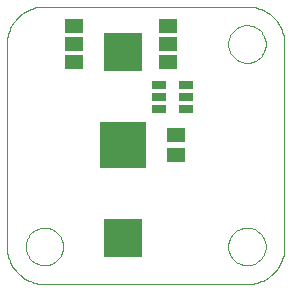
<source format=gbp>
G75*
G70*
%OFA0B0*%
%FSLAX24Y24*%
%IPPOS*%
%LPD*%
%AMOC8*
5,1,8,0,0,1.08239X$1,22.5*
%
%ADD10C,0.0000*%
%ADD11R,0.0630X0.0460*%
%ADD12R,0.0500X0.0250*%
%ADD13R,0.1560X0.1560*%
%ADD14R,0.1250X0.1250*%
%ADD15R,0.0591X0.0512*%
D10*
X000680Y001930D02*
X000680Y008680D01*
X000682Y008748D01*
X000687Y008815D01*
X000696Y008882D01*
X000709Y008949D01*
X000726Y009014D01*
X000745Y009079D01*
X000769Y009143D01*
X000796Y009205D01*
X000826Y009266D01*
X000859Y009324D01*
X000895Y009381D01*
X000935Y009436D01*
X000977Y009489D01*
X001023Y009540D01*
X001070Y009587D01*
X001121Y009633D01*
X001174Y009675D01*
X001229Y009715D01*
X001286Y009751D01*
X001344Y009784D01*
X001405Y009814D01*
X001467Y009841D01*
X001531Y009865D01*
X001596Y009884D01*
X001661Y009901D01*
X001728Y009914D01*
X001795Y009923D01*
X001862Y009928D01*
X001930Y009930D01*
X008680Y009930D01*
X008748Y009928D01*
X008815Y009923D01*
X008882Y009914D01*
X008949Y009901D01*
X009014Y009884D01*
X009079Y009865D01*
X009143Y009841D01*
X009205Y009814D01*
X009266Y009784D01*
X009324Y009751D01*
X009381Y009715D01*
X009436Y009675D01*
X009489Y009633D01*
X009540Y009587D01*
X009587Y009540D01*
X009633Y009489D01*
X009675Y009436D01*
X009715Y009381D01*
X009751Y009324D01*
X009784Y009266D01*
X009814Y009205D01*
X009841Y009143D01*
X009865Y009079D01*
X009884Y009014D01*
X009901Y008949D01*
X009914Y008882D01*
X009923Y008815D01*
X009928Y008748D01*
X009930Y008680D01*
X009930Y001930D01*
X009928Y001862D01*
X009923Y001795D01*
X009914Y001728D01*
X009901Y001661D01*
X009884Y001596D01*
X009865Y001531D01*
X009841Y001467D01*
X009814Y001405D01*
X009784Y001344D01*
X009751Y001286D01*
X009715Y001229D01*
X009675Y001174D01*
X009633Y001121D01*
X009587Y001070D01*
X009540Y001023D01*
X009489Y000977D01*
X009436Y000935D01*
X009381Y000895D01*
X009324Y000859D01*
X009266Y000826D01*
X009205Y000796D01*
X009143Y000769D01*
X009079Y000745D01*
X009014Y000726D01*
X008949Y000709D01*
X008882Y000696D01*
X008815Y000687D01*
X008748Y000682D01*
X008680Y000680D01*
X001930Y000680D01*
X001862Y000682D01*
X001795Y000687D01*
X001728Y000696D01*
X001661Y000709D01*
X001596Y000726D01*
X001531Y000745D01*
X001467Y000769D01*
X001405Y000796D01*
X001344Y000826D01*
X001286Y000859D01*
X001229Y000895D01*
X001174Y000935D01*
X001121Y000977D01*
X001070Y001023D01*
X001023Y001070D01*
X000977Y001121D01*
X000935Y001174D01*
X000895Y001229D01*
X000859Y001286D01*
X000826Y001344D01*
X000796Y001405D01*
X000769Y001467D01*
X000745Y001531D01*
X000726Y001596D01*
X000709Y001661D01*
X000696Y001728D01*
X000687Y001795D01*
X000682Y001862D01*
X000680Y001930D01*
X001305Y001930D02*
X001307Y001980D01*
X001313Y002029D01*
X001323Y002078D01*
X001336Y002125D01*
X001354Y002172D01*
X001375Y002217D01*
X001399Y002260D01*
X001427Y002301D01*
X001458Y002340D01*
X001492Y002376D01*
X001529Y002410D01*
X001569Y002440D01*
X001610Y002467D01*
X001654Y002491D01*
X001699Y002511D01*
X001746Y002527D01*
X001794Y002540D01*
X001843Y002549D01*
X001893Y002554D01*
X001942Y002555D01*
X001992Y002552D01*
X002041Y002545D01*
X002090Y002534D01*
X002137Y002520D01*
X002183Y002501D01*
X002228Y002479D01*
X002271Y002454D01*
X002311Y002425D01*
X002349Y002393D01*
X002385Y002359D01*
X002418Y002321D01*
X002447Y002281D01*
X002473Y002239D01*
X002496Y002195D01*
X002515Y002149D01*
X002531Y002102D01*
X002543Y002053D01*
X002551Y002004D01*
X002555Y001955D01*
X002555Y001905D01*
X002551Y001856D01*
X002543Y001807D01*
X002531Y001758D01*
X002515Y001711D01*
X002496Y001665D01*
X002473Y001621D01*
X002447Y001579D01*
X002418Y001539D01*
X002385Y001501D01*
X002349Y001467D01*
X002311Y001435D01*
X002271Y001406D01*
X002228Y001381D01*
X002183Y001359D01*
X002137Y001340D01*
X002090Y001326D01*
X002041Y001315D01*
X001992Y001308D01*
X001942Y001305D01*
X001893Y001306D01*
X001843Y001311D01*
X001794Y001320D01*
X001746Y001333D01*
X001699Y001349D01*
X001654Y001369D01*
X001610Y001393D01*
X001569Y001420D01*
X001529Y001450D01*
X001492Y001484D01*
X001458Y001520D01*
X001427Y001559D01*
X001399Y001600D01*
X001375Y001643D01*
X001354Y001688D01*
X001336Y001735D01*
X001323Y001782D01*
X001313Y001831D01*
X001307Y001880D01*
X001305Y001930D01*
X008055Y001930D02*
X008057Y001980D01*
X008063Y002029D01*
X008073Y002078D01*
X008086Y002125D01*
X008104Y002172D01*
X008125Y002217D01*
X008149Y002260D01*
X008177Y002301D01*
X008208Y002340D01*
X008242Y002376D01*
X008279Y002410D01*
X008319Y002440D01*
X008360Y002467D01*
X008404Y002491D01*
X008449Y002511D01*
X008496Y002527D01*
X008544Y002540D01*
X008593Y002549D01*
X008643Y002554D01*
X008692Y002555D01*
X008742Y002552D01*
X008791Y002545D01*
X008840Y002534D01*
X008887Y002520D01*
X008933Y002501D01*
X008978Y002479D01*
X009021Y002454D01*
X009061Y002425D01*
X009099Y002393D01*
X009135Y002359D01*
X009168Y002321D01*
X009197Y002281D01*
X009223Y002239D01*
X009246Y002195D01*
X009265Y002149D01*
X009281Y002102D01*
X009293Y002053D01*
X009301Y002004D01*
X009305Y001955D01*
X009305Y001905D01*
X009301Y001856D01*
X009293Y001807D01*
X009281Y001758D01*
X009265Y001711D01*
X009246Y001665D01*
X009223Y001621D01*
X009197Y001579D01*
X009168Y001539D01*
X009135Y001501D01*
X009099Y001467D01*
X009061Y001435D01*
X009021Y001406D01*
X008978Y001381D01*
X008933Y001359D01*
X008887Y001340D01*
X008840Y001326D01*
X008791Y001315D01*
X008742Y001308D01*
X008692Y001305D01*
X008643Y001306D01*
X008593Y001311D01*
X008544Y001320D01*
X008496Y001333D01*
X008449Y001349D01*
X008404Y001369D01*
X008360Y001393D01*
X008319Y001420D01*
X008279Y001450D01*
X008242Y001484D01*
X008208Y001520D01*
X008177Y001559D01*
X008149Y001600D01*
X008125Y001643D01*
X008104Y001688D01*
X008086Y001735D01*
X008073Y001782D01*
X008063Y001831D01*
X008057Y001880D01*
X008055Y001930D01*
X008055Y008680D02*
X008057Y008730D01*
X008063Y008779D01*
X008073Y008828D01*
X008086Y008875D01*
X008104Y008922D01*
X008125Y008967D01*
X008149Y009010D01*
X008177Y009051D01*
X008208Y009090D01*
X008242Y009126D01*
X008279Y009160D01*
X008319Y009190D01*
X008360Y009217D01*
X008404Y009241D01*
X008449Y009261D01*
X008496Y009277D01*
X008544Y009290D01*
X008593Y009299D01*
X008643Y009304D01*
X008692Y009305D01*
X008742Y009302D01*
X008791Y009295D01*
X008840Y009284D01*
X008887Y009270D01*
X008933Y009251D01*
X008978Y009229D01*
X009021Y009204D01*
X009061Y009175D01*
X009099Y009143D01*
X009135Y009109D01*
X009168Y009071D01*
X009197Y009031D01*
X009223Y008989D01*
X009246Y008945D01*
X009265Y008899D01*
X009281Y008852D01*
X009293Y008803D01*
X009301Y008754D01*
X009305Y008705D01*
X009305Y008655D01*
X009301Y008606D01*
X009293Y008557D01*
X009281Y008508D01*
X009265Y008461D01*
X009246Y008415D01*
X009223Y008371D01*
X009197Y008329D01*
X009168Y008289D01*
X009135Y008251D01*
X009099Y008217D01*
X009061Y008185D01*
X009021Y008156D01*
X008978Y008131D01*
X008933Y008109D01*
X008887Y008090D01*
X008840Y008076D01*
X008791Y008065D01*
X008742Y008058D01*
X008692Y008055D01*
X008643Y008056D01*
X008593Y008061D01*
X008544Y008070D01*
X008496Y008083D01*
X008449Y008099D01*
X008404Y008119D01*
X008360Y008143D01*
X008319Y008170D01*
X008279Y008200D01*
X008242Y008234D01*
X008208Y008270D01*
X008177Y008309D01*
X008149Y008350D01*
X008125Y008393D01*
X008104Y008438D01*
X008086Y008485D01*
X008073Y008532D01*
X008063Y008581D01*
X008057Y008630D01*
X008055Y008680D01*
D11*
X006055Y008680D03*
X006055Y008080D03*
X006055Y009280D03*
X002930Y009280D03*
X002930Y008680D03*
X002930Y008080D03*
D12*
X005755Y007305D03*
X005755Y006905D03*
X005755Y006505D03*
X006655Y006505D03*
X006655Y006905D03*
X006655Y007305D03*
D13*
X004555Y005305D03*
D14*
X004555Y008405D03*
X004555Y002205D03*
D15*
X006305Y004970D03*
X006305Y005640D03*
M02*

</source>
